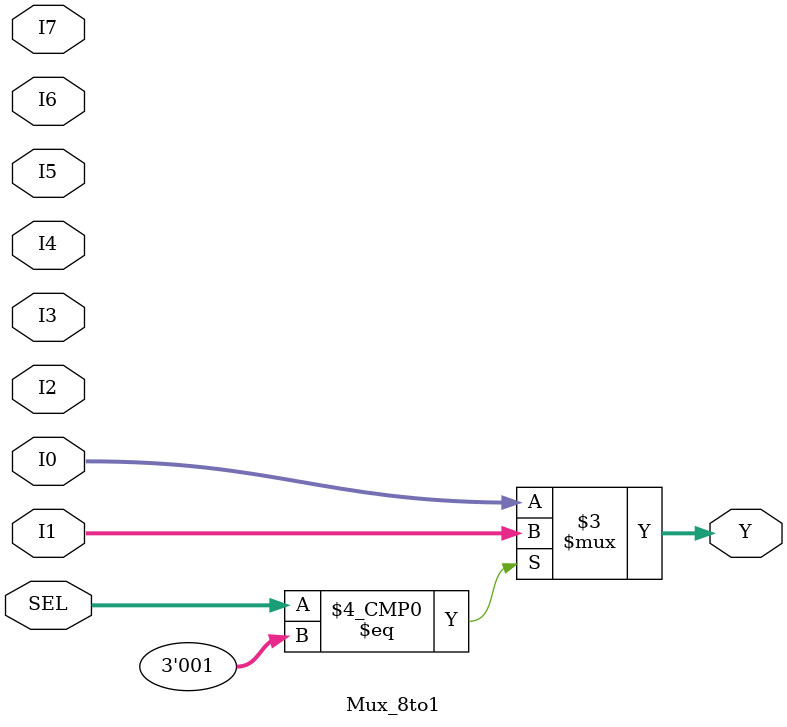
<source format=v>
module Mux_8to1(
    input       wire    [31:0]      I0,
    input       wire    [31:0]      I1,
    input       wire    [31:0]      I2,
    input       wire    [31:0]      I3,
    input       wire    [31:0]      I4,
    input       wire    [31:0]      I5,
    input       wire    [31:0]      I6,
    input       wire    [31:0]      I7,
    input       wire    [2:0]       SEL,
    output      reg     [31:0]      Y
);

always @ (*)
    begin
        case (SEL)
            000      :       Y   =   I0;

            001      :       Y   =   I1;

            010      :       Y   =   I2;

            011      :       Y   =   I3;

            100      :       Y   =   I4;

            101      :       Y   =   I5;

            110      :       Y   =   I6;

            111      :       Y   =   I7;

            default  :       Y   =   I0;
        endcase
    end


endmodule


</source>
